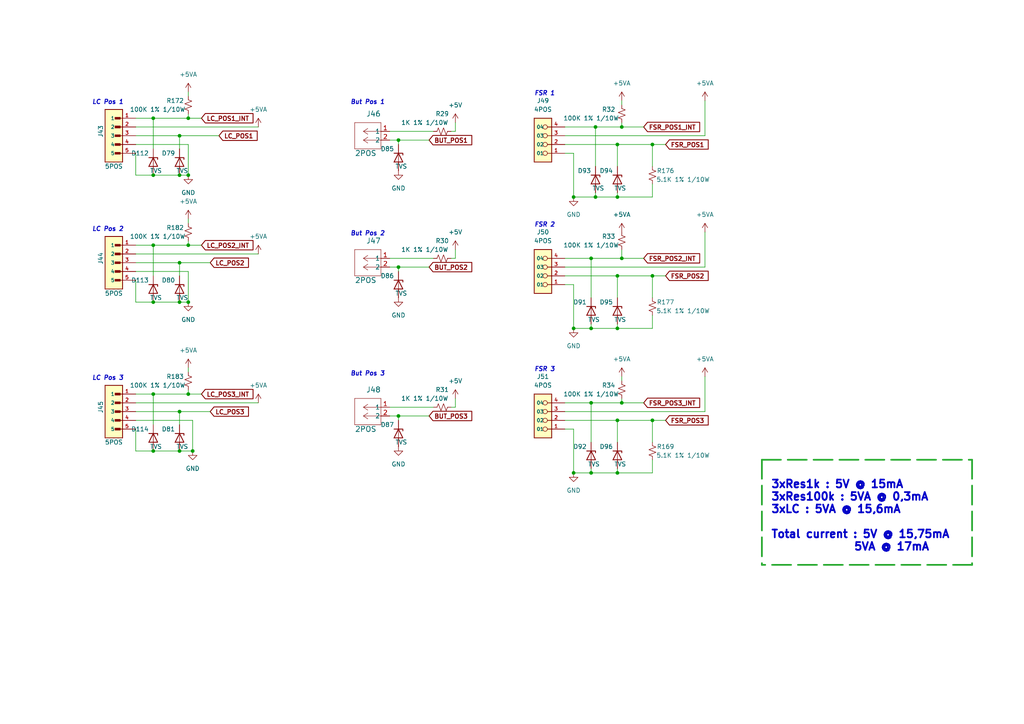
<source format=kicad_sch>
(kicad_sch (version 20211123) (generator eeschema)
  (paper "A4")
  (lib_symbols
    (symbol "1751112_1" (pin_names (offset 1.016))
      (property "Reference" "J" (at -6.85 7.62 0))
      (property "Value" "1751112_1" (at -6.35 -7.62 0))
      (symbol "1751112_1_0_0"
        (rectangle (start -6.35 7.62) (end -1.27 -5.08) (stroke (width 0.254)) (fill (type background)))
        (circle (center -4.445 -2.54) (radius 0.635) (stroke (width 0.1524)))
        (circle (center -4.445 0) (radius 0.635) (stroke (width 0.1524)))
        (circle (center -4.445 2.54) (radius 0.635) (stroke (width 0.1524)))
        (circle (center -4.445 5.08) (radius 0.635) (stroke (width 0.1524)))
        (pin passive line (at -10.16 5.08 0) (length 5.08) (name "01") (number "1"))
        (pin passive line (at -10.16 2.54 0) (length 5.08) (name "02") (number "2"))
        (pin passive line (at -10.16 0 0) (length 5.08) (name "03") (number "3"))
        (pin passive line (at -10.16 -2.54 0) (length 5.08) (name "04") (number "4"))
      )
    )
    (symbol "1751112_2" (pin_names (offset 1.016))
      (property "Reference" "J" (at -6.85 7.62 0))
      (property "Value" "1751112_2" (at -6.35 -7.62 0))
      (symbol "1751112_2_0_0"
        (rectangle (start -6.35 7.62) (end -1.27 -5.08) (stroke (width 0.254)) (fill (type background)))
        (circle (center -4.445 -2.54) (radius 0.635) (stroke (width 0.1524)))
        (circle (center -4.445 0) (radius 0.635) (stroke (width 0.1524)))
        (circle (center -4.445 2.54) (radius 0.635) (stroke (width 0.1524)))
        (circle (center -4.445 5.08) (radius 0.635) (stroke (width 0.1524)))
        (pin passive line (at -10.16 5.08 0) (length 5.08) (name "01") (number "1"))
        (pin passive line (at -10.16 2.54 0) (length 5.08) (name "02") (number "2"))
        (pin passive line (at -10.16 0 0) (length 5.08) (name "03") (number "3"))
        (pin passive line (at -10.16 -2.54 0) (length 5.08) (name "04") (number "4"))
      )
    )
    (symbol "Device:D_Zener" (pin_numbers hide) (pin_names (offset 1.016) hide)
      (property "Reference" "D" (at 0 2.54 0))
      (property "Value" "D_Zener" (at 0 -2.54 0))
      (symbol "D_Zener_0_1"
        (polyline (pts (xy 1.27 0) (xy -1.27 0)))
        (polyline (pts (xy -1.27 -1.27) (xy -1.27 1.27) (xy -0.762 1.27)) (stroke (width 0.254)))
        (polyline (pts (xy 1.27 -1.27) (xy 1.27 1.27) (xy -1.27 0) (xy 1.27 -1.27)) (stroke (width 0.254)))
      )
      (symbol "D_Zener_1_1"
        (pin passive line (at -3.81 0 0) (length 2.54) (name "K") (number "1"))
        (pin passive line (at 3.81 0 180) (length 2.54) (name "A") (number "2"))
      )
    )
    (symbol "Device:R_Small_US" (pin_numbers hide) (pin_names (offset 0.254) hide)
      (property "Reference" "R" (at 0.762 0.508 0))
      (property "Value" "R_Small_US" (at 0.762 -1.016 0))
      (symbol "R_Small_US_1_1"
        (polyline (pts (xy 0 0) (xy 1.016 -0.381) (xy 0 -0.762) (xy -1.016 -1.143) (xy 0 -1.524)))
        (polyline (pts (xy 0 1.524) (xy 1.016 1.143) (xy 0 0.762) (xy -1.016 0.381) (xy 0 0)))
        (pin passive line (at 0 2.54 270) (length 1.016) (name "~") (number "1"))
        (pin passive line (at 0 -2.54 90) (length 1.016) (name "~") (number "2"))
      )
    )
    (symbol "SymLib:1729128" (pin_names (offset 0.254))
      (property "Reference" "J" (at 6.35 3.81 0))
      (property "Value" "1729128" (at 8.89 -6.35 0))
      (symbol "1729128_1_1"
        (polyline (pts (xy 5.08 -5.08) (xy 12.7 -5.08)) (stroke (width 0.127)))
        (polyline (pts (xy 5.08 2.54) (xy 5.08 -5.08)) (stroke (width 0.127)))
        (polyline (pts (xy 10.16 -2.54) (xy 5.08 -2.54)) (stroke (width 0.127)))
        (polyline (pts (xy 10.16 -2.54) (xy 8.89 -3.3867)) (stroke (width 0.127)))
        (polyline (pts (xy 10.16 -2.54) (xy 8.89 -1.6933)) (stroke (width 0.127)))
        (polyline (pts (xy 10.16 0) (xy 5.08 0)) (stroke (width 0.127)))
        (polyline (pts (xy 10.16 0) (xy 8.89 -0.8467)) (stroke (width 0.127)))
        (polyline (pts (xy 10.16 0) (xy 8.89 0.8467)) (stroke (width 0.127)))
        (polyline (pts (xy 12.7 -5.08) (xy 12.7 2.54)) (stroke (width 0.127)))
        (polyline (pts (xy 12.7 2.54) (xy 5.08 2.54)) (stroke (width 0.127)))
        (pin unspecified line (at 2.54 0 0) (length 2.54) (name "1") (number "1"))
        (pin unspecified line (at 2.54 -2.54 0) (length 2.54) (name "2") (number "2"))
      )
      (symbol "1729128_1_2"
        (polyline (pts (xy 5.08 -5.08) (xy 12.7 -5.08)) (stroke (width 0.127)))
        (polyline (pts (xy 5.08 2.54) (xy 5.08 -5.08)) (stroke (width 0.127)))
        (polyline (pts (xy 7.62 -2.54) (xy 5.08 -2.54)) (stroke (width 0.127)))
        (polyline (pts (xy 7.62 -2.54) (xy 8.89 -3.3867)) (stroke (width 0.127)))
        (polyline (pts (xy 7.62 -2.54) (xy 8.89 -1.6933)) (stroke (width 0.127)))
        (polyline (pts (xy 7.62 0) (xy 5.08 0)) (stroke (width 0.127)))
        (polyline (pts (xy 7.62 0) (xy 8.89 -0.8467)) (stroke (width 0.127)))
        (polyline (pts (xy 7.62 0) (xy 8.89 0.8467)) (stroke (width 0.127)))
        (polyline (pts (xy 12.7 -5.08) (xy 12.7 2.54)) (stroke (width 0.127)))
        (polyline (pts (xy 12.7 2.54) (xy 5.08 2.54)) (stroke (width 0.127)))
        (pin unspecified line (at 0 0 0) (length 5.08) (name "1") (number "1"))
        (pin unspecified line (at 0 -2.54 0) (length 5.08) (name "2") (number "2"))
      )
    )
    (symbol "SymLib:1751112" (pin_names (offset 1.016))
      (property "Reference" "J" (at -6.85 7.62 0))
      (property "Value" "1751112" (at -6.35 -7.62 0))
      (symbol "1751112_0_0"
        (rectangle (start -6.35 7.62) (end -1.27 -5.08) (stroke (width 0.254)) (fill (type background)))
        (circle (center -4.445 -2.54) (radius 0.635) (stroke (width 0.1524)))
        (circle (center -4.445 0) (radius 0.635) (stroke (width 0.1524)))
        (circle (center -4.445 2.54) (radius 0.635) (stroke (width 0.1524)))
        (circle (center -4.445 5.08) (radius 0.635) (stroke (width 0.1524)))
        (pin passive line (at -10.16 5.08 0) (length 5.08) (name "01") (number "1"))
        (pin passive line (at -10.16 2.54 0) (length 5.08) (name "02") (number "2"))
        (pin passive line (at -10.16 0 0) (length 5.08) (name "03") (number "3"))
        (pin passive line (at -10.16 -2.54 0) (length 5.08) (name "04") (number "4"))
      )
    )
    (symbol "SymLib:1755765" (pin_names (offset 1.016))
      (property "Reference" "J" (at -3.04 7.62 0))
      (property "Value" "1755765" (at -6.35 -10.16 0))
      (symbol "1755765_0_0"
        (rectangle (start -2.54 7.62) (end 2.54 -7.62) (stroke (width 0.254)) (fill (type background)))
        (rectangle (start -1.905 -5.3975) (end -0.3175 -4.7625) (stroke (width 0.1)) (fill (type outline)))
        (rectangle (start -1.905 -2.8575) (end -0.3175 -2.2225) (stroke (width 0.1)) (fill (type outline)))
        (rectangle (start -1.905 -0.3175) (end -0.3175 0.3175) (stroke (width 0.1)) (fill (type outline)))
        (rectangle (start -1.905 2.2225) (end -0.3175 2.8575) (stroke (width 0.1)) (fill (type outline)))
        (rectangle (start -1.905 4.7625) (end -0.3175 5.3975) (stroke (width 0.1)) (fill (type outline)))
        (pin passive line (at -6.35 5.08 0) (length 5.08) (name "1") (number "1"))
        (pin passive line (at -6.35 2.54 0) (length 5.08) (name "2") (number "2"))
        (pin passive line (at -6.35 0 0) (length 5.08) (name "3") (number "3"))
        (pin passive line (at -6.35 -2.54 0) (length 5.08) (name "4") (number "4"))
        (pin passive line (at -6.35 -5.08 0) (length 5.08) (name "5") (number "5"))
      )
    )
    (symbol "power:+5V" (power) (pin_names (offset 0))
      (property "Value" "+5V" (at 0 3.556 0))
      (symbol "+5V_0_1"
        (polyline (pts (xy -0.762 1.27) (xy 0 2.54)))
        (polyline (pts (xy 0 0) (xy 0 2.54)))
        (polyline (pts (xy 0 2.54) (xy 0.762 1.27)))
      )
      (symbol "+5V_1_1"
        (pin power_in line (at 0 0 90) (length 0) hide (name "+5V") (number "1"))
      )
    )
    (symbol "power:+5VA" (power) (pin_names (offset 0))
      (property "Value" "+5VA" (at 0 3.556 0))
      (symbol "+5VA_0_1"
        (polyline (pts (xy -0.762 1.27) (xy 0 2.54)))
        (polyline (pts (xy 0 0) (xy 0 2.54)))
        (polyline (pts (xy 0 2.54) (xy 0.762 1.27)))
      )
      (symbol "+5VA_1_1"
        (pin power_in line (at 0 0 90) (length 0) hide (name "+5VA") (number "1"))
      )
    )
    (symbol "power:GND" (power) (pin_names (offset 0))
      (property "Value" "GND" (at 0 -3.81 0))
      (symbol "GND_0_1"
        (polyline (pts (xy 0 0) (xy 0 -1.27) (xy 1.27 -1.27) (xy 0 -2.54) (xy -1.27 -1.27) (xy 0 -1.27)))
      )
      (symbol "GND_1_1"
        (pin power_in line (at 0 0 270) (length 0) hide (name "GND") (number "1"))
      )
    )
  )
  (junction (at 52.07 76.2))
  (junction (at 52.07 119.38))
  (junction (at 179.07 95.25))
  (junction (at 189.23 80.01))
  (junction (at 52.07 87.63))
  (junction (at 179.07 57.15))
  (junction (at 179.07 137.16))
  (junction (at 54.61 71.12))
  (junction (at 44.45 71.12))
  (junction (at 171.45 74.93))
  (junction (at 55.88 130.81))
  (junction (at 171.45 95.25))
  (junction (at 54.61 114.3))
  (junction (at 172.72 57.15))
  (junction (at 54.61 50.8))
  (junction (at 171.45 116.84))
  (junction (at 54.61 34.29))
  (junction (at 180.34 36.83))
  (junction (at 52.07 39.37))
  (junction (at 171.45 137.16))
  (junction (at 44.45 87.63))
  (junction (at 166.37 95.25))
  (junction (at 166.37 57.15))
  (junction (at 172.72 36.83))
  (junction (at 179.07 80.01))
  (junction (at 52.07 130.81))
  (junction (at 115.57 40.64))
  (junction (at 180.34 74.93))
  (junction (at 166.37 137.16))
  (junction (at 189.23 41.91))
  (junction (at 189.23 121.92))
  (junction (at 115.57 120.65))
  (junction (at 52.07 50.8))
  (junction (at 44.45 130.81))
  (junction (at 44.45 114.3))
  (junction (at 44.45 50.8))
  (junction (at 54.61 87.63))
  (junction (at 179.07 121.92))
  (junction (at 115.57 77.47))
  (junction (at 179.07 41.91))
  (junction (at 180.34 116.84))
  (junction (at 44.45 34.29))
  (wire (pts (xy 115.57 121.92) (xy 115.57 120.65)))
  (wire (pts (xy 179.07 137.16) (xy 189.23 137.16)))
  (wire (pts (xy 189.23 41.91) (xy 193.04 41.91)))
  (wire (pts (xy 172.72 57.15) (xy 172.72 55.88)))
  (wire (pts (xy 163.83 119.38) (xy 204.47 119.38)))
  (wire (pts (xy 54.61 33.02) (xy 54.61 34.29)))
  (polyline (pts (xy 220.98 133.35) (xy 281.94 133.35)) (stroke (width 0.5) (type dash) (color 37 168 45 1)))
  (wire (pts (xy 179.07 80.01) (xy 189.23 80.01)))
  (wire (pts (xy 189.23 91.44) (xy 189.23 95.25)))
  (wire (pts (xy 54.61 50.8) (xy 52.07 50.8)))
  (wire (pts (xy 113.03 118.11) (xy 125.73 118.11)))
  (wire (pts (xy 44.45 87.63) (xy 52.07 87.63)))
  (wire (pts (xy 39.37 81.28) (xy 39.37 87.63)))
  (wire (pts (xy 166.37 44.45) (xy 166.37 57.15)))
  (wire (pts (xy 39.37 87.63) (xy 44.45 87.63)))
  (wire (pts (xy 189.23 53.34) (xy 189.23 57.15)))
  (wire (pts (xy 163.83 82.55) (xy 166.37 82.55)))
  (wire (pts (xy 39.37 121.92) (xy 55.88 121.92)))
  (wire (pts (xy 54.61 71.12) (xy 58.42 71.12)))
  (wire (pts (xy 172.72 36.83) (xy 163.83 36.83)))
  (wire (pts (xy 179.07 121.92) (xy 163.83 121.92)))
  (polyline (pts (xy 281.94 133.35) (xy 281.94 163.83)) (stroke (width 0.5) (type dash) (color 37 168 45 1)))
  (wire (pts (xy 52.07 119.38) (xy 60.96 119.38)))
  (wire (pts (xy 163.83 77.47) (xy 204.47 77.47)))
  (wire (pts (xy 44.45 114.3) (xy 44.45 123.19)))
  (wire (pts (xy 171.45 74.93) (xy 180.34 74.93)))
  (wire (pts (xy 39.37 119.38) (xy 52.07 119.38)))
  (wire (pts (xy 54.61 63.5) (xy 54.61 64.77)))
  (wire (pts (xy 189.23 121.92) (xy 193.04 121.92)))
  (wire (pts (xy 132.08 115.57) (xy 132.08 118.11)))
  (wire (pts (xy 180.34 36.83) (xy 186.69 36.83)))
  (wire (pts (xy 54.61 106.68) (xy 54.61 107.95)))
  (wire (pts (xy 54.61 78.74) (xy 54.61 87.63)))
  (wire (pts (xy 180.34 30.48) (xy 180.34 29.21)))
  (wire (pts (xy 39.37 34.29) (xy 44.45 34.29)))
  (wire (pts (xy 124.46 120.65) (xy 115.57 120.65)))
  (wire (pts (xy 39.37 114.3) (xy 44.45 114.3)))
  (wire (pts (xy 44.45 71.12) (xy 44.45 80.01)))
  (wire (pts (xy 39.37 41.91) (xy 54.61 41.91)))
  (wire (pts (xy 179.07 57.15) (xy 179.07 55.88)))
  (wire (pts (xy 166.37 82.55) (xy 166.37 95.25)))
  (wire (pts (xy 179.07 95.25) (xy 179.07 93.98)))
  (wire (pts (xy 44.45 130.81) (xy 52.07 130.81)))
  (wire (pts (xy 180.34 116.84) (xy 186.69 116.84)))
  (wire (pts (xy 204.47 109.22) (xy 204.47 119.38)))
  (wire (pts (xy 179.07 41.91) (xy 163.83 41.91)))
  (wire (pts (xy 52.07 76.2) (xy 60.96 76.2)))
  (wire (pts (xy 44.45 34.29) (xy 54.61 34.29)))
  (wire (pts (xy 172.72 36.83) (xy 172.72 48.26)))
  (wire (pts (xy 44.45 50.8) (xy 52.07 50.8)))
  (wire (pts (xy 52.07 76.2) (xy 52.07 80.01)))
  (wire (pts (xy 179.07 41.91) (xy 189.23 41.91)))
  (wire (pts (xy 180.34 74.93) (xy 186.69 74.93)))
  (wire (pts (xy 55.88 130.81) (xy 52.07 130.81)))
  (wire (pts (xy 115.57 41.91) (xy 115.57 40.64)))
  (wire (pts (xy 54.61 26.67) (xy 54.61 27.94)))
  (wire (pts (xy 39.37 116.84) (xy 74.93 116.84)))
  (wire (pts (xy 179.07 95.25) (xy 189.23 95.25)))
  (wire (pts (xy 44.45 71.12) (xy 54.61 71.12)))
  (wire (pts (xy 124.46 77.47) (xy 115.57 77.47)))
  (wire (pts (xy 39.37 78.74) (xy 54.61 78.74)))
  (wire (pts (xy 163.83 39.37) (xy 204.47 39.37)))
  (wire (pts (xy 179.07 121.92) (xy 189.23 121.92)))
  (wire (pts (xy 180.34 35.56) (xy 180.34 36.83)))
  (wire (pts (xy 189.23 133.35) (xy 189.23 137.16)))
  (wire (pts (xy 39.37 50.8) (xy 44.45 50.8)))
  (wire (pts (xy 132.08 72.39) (xy 132.08 74.93)))
  (wire (pts (xy 166.37 95.25) (xy 171.45 95.25)))
  (wire (pts (xy 39.37 36.83) (xy 74.93 36.83)))
  (wire (pts (xy 44.45 114.3) (xy 54.61 114.3)))
  (wire (pts (xy 132.08 35.56) (xy 132.08 38.1)))
  (wire (pts (xy 189.23 128.27) (xy 189.23 121.92)))
  (wire (pts (xy 179.07 57.15) (xy 189.23 57.15)))
  (wire (pts (xy 171.45 137.16) (xy 171.45 135.89)))
  (wire (pts (xy 179.07 41.91) (xy 179.07 48.26)))
  (wire (pts (xy 204.47 67.31) (xy 204.47 77.47)))
  (wire (pts (xy 132.08 38.1) (xy 130.81 38.1)))
  (wire (pts (xy 54.61 87.63) (xy 52.07 87.63)))
  (wire (pts (xy 54.61 114.3) (xy 58.42 114.3)))
  (wire (pts (xy 44.45 34.29) (xy 44.45 43.18)))
  (wire (pts (xy 171.45 116.84) (xy 163.83 116.84)))
  (wire (pts (xy 171.45 95.25) (xy 171.45 93.98)))
  (wire (pts (xy 132.08 74.93) (xy 130.81 74.93)))
  (wire (pts (xy 115.57 77.47) (xy 113.03 77.47)))
  (wire (pts (xy 54.61 34.29) (xy 58.42 34.29)))
  (wire (pts (xy 52.07 39.37) (xy 63.5 39.37)))
  (wire (pts (xy 172.72 57.15) (xy 179.07 57.15)))
  (wire (pts (xy 132.08 118.11) (xy 130.81 118.11)))
  (wire (pts (xy 204.47 29.21) (xy 204.47 39.37)))
  (wire (pts (xy 179.07 137.16) (xy 179.07 135.89)))
  (wire (pts (xy 171.45 137.16) (xy 179.07 137.16)))
  (polyline (pts (xy 281.94 163.83) (xy 220.98 163.83)) (stroke (width 0.5) (type dash) (color 37 168 45 1)))
  (wire (pts (xy 115.57 78.74) (xy 115.57 77.47)))
  (wire (pts (xy 113.03 38.1) (xy 125.73 38.1)))
  (wire (pts (xy 39.37 130.81) (xy 44.45 130.81)))
  (wire (pts (xy 163.83 44.45) (xy 166.37 44.45)))
  (wire (pts (xy 54.61 69.85) (xy 54.61 71.12)))
  (wire (pts (xy 39.37 76.2) (xy 52.07 76.2)))
  (wire (pts (xy 166.37 124.46) (xy 166.37 137.16)))
  (wire (pts (xy 180.34 115.57) (xy 180.34 116.84)))
  (wire (pts (xy 115.57 120.65) (xy 113.03 120.65)))
  (wire (pts (xy 171.45 116.84) (xy 180.34 116.84)))
  (wire (pts (xy 171.45 74.93) (xy 163.83 74.93)))
  (wire (pts (xy 171.45 95.25) (xy 179.07 95.25)))
  (wire (pts (xy 54.61 113.03) (xy 54.61 114.3)))
  (wire (pts (xy 55.88 121.92) (xy 55.88 130.81)))
  (wire (pts (xy 54.61 41.91) (xy 54.61 50.8)))
  (wire (pts (xy 171.45 74.93) (xy 171.45 86.36)))
  (wire (pts (xy 179.07 80.01) (xy 163.83 80.01)))
  (wire (pts (xy 180.34 72.39) (xy 180.34 74.93)))
  (wire (pts (xy 179.07 80.01) (xy 179.07 86.36)))
  (wire (pts (xy 124.46 40.64) (xy 115.57 40.64)))
  (wire (pts (xy 172.72 36.83) (xy 180.34 36.83)))
  (wire (pts (xy 52.07 39.37) (xy 52.07 43.18)))
  (wire (pts (xy 189.23 80.01) (xy 193.04 80.01)))
  (wire (pts (xy 39.37 124.46) (xy 39.37 130.81)))
  (wire (pts (xy 163.83 124.46) (xy 166.37 124.46)))
  (wire (pts (xy 189.23 48.26) (xy 189.23 41.91)))
  (wire (pts (xy 179.07 121.92) (xy 179.07 128.27)))
  (wire (pts (xy 39.37 39.37) (xy 52.07 39.37)))
  (wire (pts (xy 189.23 86.36) (xy 189.23 80.01)))
  (wire (pts (xy 166.37 137.16) (xy 171.45 137.16)))
  (wire (pts (xy 52.07 119.38) (xy 52.07 123.19)))
  (wire (pts (xy 39.37 71.12) (xy 44.45 71.12)))
  (polyline (pts (xy 220.98 133.35) (xy 220.98 163.83)) (stroke (width 0.5) (type dash) (color 37 168 45 1)))
  (wire (pts (xy 171.45 116.84) (xy 171.45 128.27)))
  (wire (pts (xy 39.37 73.66) (xy 74.93 73.66)))
  (wire (pts (xy 39.37 44.45) (xy 39.37 50.8)))
  (wire (pts (xy 113.03 74.93) (xy 125.73 74.93)))
  (wire (pts (xy 180.34 110.49) (xy 180.34 109.22)))
  (wire (pts (xy 115.57 40.64) (xy 113.03 40.64)))
  (wire (pts (xy 166.37 57.15) (xy 172.72 57.15)))
  (text "But Pos 2" (at 101.6 68.58 0) (effects (font (size 1.27 1.27) (thickness 0.254) bold italic) (justify left bottom)))
  (text "LC Pos 3" (at 26.67 110.49 0) (effects (font (size 1.27 1.27) (thickness 0.254) bold italic) (justify left bottom)))
  (text "But Pos 3" (at 101.6 109.22 0) (effects (font (size 1.27 1.27) (thickness 0.254) bold italic) (justify left bottom)))
  (text "FSR 1" (at 154.94 27.94 0) (effects (font (size 1.27 1.27) (thickness 0.254) bold italic) (justify left bottom)))
  (text "3xRes1k : 5V @ 15mA\n3xRes100k : 5VA @ 0,3mA\n3xLC : 5VA @ 15,6mA\n\nTotal current : 5V @ 15,75mA\n              5VA @ 17mA" (at 223.52 160.02 0) (effects (font (size 2.25 2.25) (thickness 0.5) bold) (justify left bottom)))
  (text "FSR 3" (at 154.94 107.95 0) (effects (font (size 1.27 1.27) (thickness 0.254) bold italic) (justify left bottom)))
  (text "FSR 2" (at 154.94 66.04 0) (effects (font (size 1.27 1.27) (thickness 0.254) bold italic) (justify left bottom)))
  (text "LC Pos 2" (at 26.67 67.31 0) (effects (font (size 1.27 1.27) (thickness 0.254) bold italic) (justify left bottom)))
  (text "But Pos 1" (at 101.6 30.48 0) (effects (font (size 1.27 1.27) (thickness 0.254) bold italic) (justify left bottom)))
  (text "LC Pos 1" (at 26.67 30.48 0) (effects (font (size 1.27 1.27) (thickness 0.254) bold italic) (justify left bottom)))
  (global_label "LC_POS1_INT" (shape input) (at 58.42 34.29 0) (effects (font bold)) (property "Intersheet References" "${INTERSHEET_REFS}" (effects hide)))
  (global_label "BUT_POS2" (shape input) (at 124.46 77.47 0) (effects (font (thickness 0.254) bold)) (property "Intersheet References" "${INTERSHEET_REFS}" (effects hide)))
  (global_label "FSR_POS1_INT" (shape input) (at 186.69 36.83 0) (effects (font (thickness 0.254) bold)) (property "Intersheet References" "${INTERSHEET_REFS}" (effects hide)))
  (global_label "BUT_POS1" (shape input) (at 124.46 40.64 0) (effects (font (thickness 0.254) bold)) (property "Intersheet References" "${INTERSHEET_REFS}" (effects hide)))
  (global_label "FSR_POS1" (shape input) (at 193.04 41.91 0) (effects (font (thickness 0.254) bold)) (property "Intersheet References" "${INTERSHEET_REFS}" (effects hide)))
  (global_label "BUT_POS3" (shape input) (at 124.46 120.65 0) (effects (font (thickness 0.254) bold)) (property "Intersheet References" "${INTERSHEET_REFS}" (effects hide)))
  (global_label "FSR_POS2_INT" (shape input) (at 186.69 74.93 0) (effects (font (thickness 0.254) bold)) (property "Intersheet References" "${INTERSHEET_REFS}" (effects hide)))
  (global_label "LC_POS2_INT" (shape input) (at 58.42 71.12 0) (effects (font bold)) (property "Intersheet References" "${INTERSHEET_REFS}" (effects hide)))
  (global_label "FSR_POS3_INT" (shape input) (at 186.69 116.84 0) (effects (font (thickness 0.254) bold)) (property "Intersheet References" "${INTERSHEET_REFS}" (effects hide)))
  (global_label "FSR_POS3" (shape input) (at 193.04 121.92 0) (effects (font (thickness 0.254) bold)) (property "Intersheet References" "${INTERSHEET_REFS}" (effects hide)))
  (global_label "LC_POS1" (shape input) (at 63.5 39.37 0) (effects (font (thickness 0.254) bold)) (property "Intersheet References" "${INTERSHEET_REFS}" (effects hide)))
  (global_label "LC_POS3_INT" (shape input) (at 58.42 114.3 0) (effects (font bold)) (property "Intersheet References" "${INTERSHEET_REFS}" (effects hide)))
  (global_label "FSR_POS2" (shape input) (at 193.04 80.01 0) (effects (font (thickness 0.254) bold)) (property "Intersheet References" "${INTERSHEET_REFS}" (effects hide)))
  (global_label "LC_POS3" (shape input) (at 60.96 119.38 0) (effects (font (thickness 0.254) bold)) (property "Intersheet References" "${INTERSHEET_REFS}" (effects hide)))
  (global_label "LC_POS2" (shape input) (at 60.96 76.2 0) (effects (font (thickness 0.254) bold)) (property "Intersheet References" "${INTERSHEET_REFS}" (effects hide)))
  (symbol (lib_id "power:GND") (at 115.57 129.54 0) (unit 1)
    (property "Reference" "#PWR0118" (effects hide))
    (property "Value" "GND" (at 115.57 134.62 0))
  )
  (symbol (lib_id "power:GND") (at 115.57 49.53 0) (unit 1)
    (property "Reference" "#PWR0116" (effects hide))
    (property "Value" "GND" (at 115.57 54.61 0))
  )
  (symbol (lib_name "1751112_1") (lib_id "SymLib:1751112") (at 153.67 119.38 180) (unit 1)
    (property "Reference" "J51" (at 157.48 109.22 0))
    (property "Value" "4POS" (at 157.48 111.76 0))
    (property "Footprint" "FootPrint:CON_39301049" (effects hide))
    (property "PARTREV" "03.03.2021" (effects hide))
    (property "STANDARD" "Manufacturer Recommendations" (effects hide))
    (property "MANUFACTURER" "Molex" (effects hide))
    (property "DESCRIPTION" "Connector Header Through Hole 4 position 0.165\" (4.20mm)" (effects hide))
    (property "TYPE" "Through Hole" (effects hide))
    (property "PACKAGE" "4 POS 0.165\" (4,2mm)" (effects hide))
    (property "PART NUMBER" "0039301049" (effects hide))
  )
  (symbol (lib_id "Device:D_Zener") (at 179.07 132.08 270) (unit 1)
    (property "Reference" "D96" (at 177.8 129.54 90) (effects (justify right)))
    (property "Value" "TVS" (at 181.61 134.62 90) (effects (justify right)))
    (property "Footprint" "FootPrint:DPY2_TEX" (effects hide))
    (property "DESCRIPTION" "TVS DIODE 5.5VWM 14VC 2X1SON" (effects hide))
    (property "MANUFACTURER" "Texas Instruments" (effects hide))
    (property "PACKAGE" "0402 (1006 Metric)" (effects hide))
    (property "PART NUMBER" "TPD1E05U06DPYR" (effects hide))
    (property "TYPE" "SMD" (effects hide))
  )
  (symbol (lib_id "SymLib:1751112") (at 153.67 77.47 180) (unit 1)
    (property "Reference" "J50" (at 157.48 67.31 0))
    (property "Value" "4POS" (at 157.48 69.85 0))
    (property "Footprint" "FootPrint:CON_39301049" (effects hide))
    (property "PARTREV" "03.03.2021" (effects hide))
    (property "STANDARD" "Manufacturer Recommendations" (effects hide))
    (property "MANUFACTURER" "Molex" (effects hide))
    (property "DESCRIPTION" "Connector Header Through Hole 4 position 0.165\" (4.20mm)" (effects hide))
    (property "TYPE" "Through Hole" (effects hide))
    (property "PACKAGE" "4 POS 0.165\" (4,2mm)" (effects hide))
    (property "PART NUMBER" "0039301049" (effects hide))
  )
  (symbol (lib_id "power:+5V") (at 132.08 115.57 0) (unit 1)
    (property "Reference" "#PWR0121" (effects hide))
    (property "Value" "+5V" (at 132.08 110.49 0))
  )
  (symbol (lib_id "SymLib:1729128") (at 115.57 118.11 0) (mirror y) (unit 1)
    (property "Reference" "J48" (at 110.49 113.03 0) (effects (font (size 1.524 1.524)) (justify left)))
    (property "Value" "2POS" (at 109.22 124.46 0) (effects (font (size 1.524 1.524)) (justify left)))
    (property "Footprint" "FootPrintLib:CON_39281023" (effects hide))
    (property "DESCRIPTION" "Connector Header Through Hole 2 position" (effects hide))
    (property "MANUFACTURER" "Molex" (effects hide))
    (property "PACKAGE" "2 POS 0.165\" (4,2mm)" (effects hide))
    (property "PART NUMBER" "0039281023" (effects hide))
    (property "TYPE" "Through Hole" (effects hide))
  )
  (symbol (lib_id "power:+5V") (at 132.08 72.39 0) (unit 1)
    (property "Reference" "#PWR0120" (effects hide))
    (property "Value" "+5V" (at 132.08 67.31 0))
  )
  (symbol (lib_id "power:GND") (at 54.61 87.63 0) (unit 1)
    (property "Reference" "#PWR0108" (effects hide))
    (property "Value" "GND" (at 54.61 92.71 0))
  )
  (symbol (lib_id "Device:R_Small_US") (at 128.27 118.11 90) (unit 1)
    (property "Reference" "R31" (at 128.27 113.03 90))
    (property "Value" "1K 1% 1/10W" (at 123.19 115.57 90))
    (property "Footprint" "Resistor_SMD:R_0603_1608Metric" (effects hide))
    (property "MANUFACTURER" "Panasonic Electronic Components" (effects hide))
    (property "PACKAGE" "0603 (1608 Metric)" (effects hide))
    (property "PART NUMBER" "ERJ-3EKF1001V" (effects hide))
    (property "TYPE" "SMD" (effects hide))
    (property "DESCRIPTION" "1 kOhms ±1% 0.1W, 1/10W Chip Resistor 0603 (1608 Metric) Automotive AEC-Q200 Thick Film" (effects hide))
  )
  (symbol (lib_id "power:+5VA") (at 180.34 67.31 0) (unit 1)
    (property "Reference" "#PWR0126" (effects hide))
    (property "Value" "+5VA" (at 180.34 62.23 0))
  )
  (symbol (lib_id "SymLib:1755765") (at 33.02 119.38 0) (mirror y) (unit 1)
    (property "Reference" "J45" (at 29.21 118.11 90))
    (property "Value" "5POS" (at 33.02 128.27 0))
    (property "Footprint" "FootPrint:CON_39302050" (effects hide))
    (property "MANUFACTURER" "Molex" (effects hide))
    (property "STANDARD" "Manufacturer Recommendations" (effects hide))
    (property "DESCRIPTION" "Connector Header Through Hole 5 position 0.165\" (4.20mm)" (effects hide))
    (property "PACKAGE" "5 POS 0.165\" (4,2mm)" (effects hide))
    (property "PART NUMBER" "39302050" (effects hide))
    (property "TYPE" "Through Hole" (effects hide))
  )
  (symbol (lib_id "power:+5VA") (at 180.34 29.21 0) (unit 1)
    (property "Reference" "#PWR0125" (effects hide))
    (property "Value" "+5VA" (at 180.34 24.13 0))
  )
  (symbol (lib_id "Device:R_Small_US") (at 180.34 69.85 0) (unit 1)
    (property "Reference" "R33" (at 176.53 68.58 0))
    (property "Value" "100K 1% 1/10W" (at 171.45 71.12 0))
    (property "Footprint" "Resistor_SMD:R_0603_1608Metric" (effects hide))
    (property "MANUFACTURER" "Panasonic Electronic Components" (effects hide))
    (property "PACKAGE" "0603 (1608 Metric)" (effects hide))
    (property "PART NUMBER" "ERJ-3EKF1003V" (effects hide))
    (property "TYPE" "SMD" (effects hide))
    (property "DESCRIPTION" "100 kOhms ±1% 0.1W, 1/10W Chip Resistor 0603 (1608 Metric) Automotive AEC-Q200 Thick Film" (effects hide))
  )
  (symbol (lib_id "Device:D_Zener") (at 171.45 132.08 270) (unit 1)
    (property "Reference" "D92" (at 170.18 129.54 90) (effects (justify right)))
    (property "Value" "TVS" (at 173.99 134.62 90) (effects (justify right)))
    (property "Footprint" "FootPrint:DPY2_TEX" (effects hide))
    (property "DESCRIPTION" "TVS DIODE 5.5VWM 14VC 2X1SON" (effects hide))
    (property "MANUFACTURER" "Texas Instruments" (effects hide))
    (property "PACKAGE" "0402 (1006 Metric)" (effects hide))
    (property "PART NUMBER" "TPD1E05U06DPYR" (effects hide))
    (property "TYPE" "SMD" (effects hide))
  )
  (symbol (lib_id "Device:D_Zener") (at 44.45 83.82 270) (unit 1)
    (property "Reference" "D113" (at 43.18 81.28 90) (effects (justify right)))
    (property "Value" "TVS" (at 46.99 86.36 90) (effects (justify right)))
    (property "Footprint" "FootPrint:DPY2_TEX" (effects hide))
    (property "DESCRIPTION" "TVS DIODE 5.5VWM 14VC 2X1SON" (effects hide))
    (property "MANUFACTURER" "Texas Instruments" (effects hide))
    (property "PACKAGE" "0402 (1006 Metric)" (effects hide))
    (property "PART NUMBER" "TPD1E05U06DPYR" (effects hide))
    (property "TYPE" "SMD" (effects hide))
  )
  (symbol (lib_id "power:+5VA") (at 74.93 73.66 0) (unit 1)
    (property "Reference" "#PWR0114" (effects hide))
    (property "Value" "+5VA" (at 74.93 68.58 0))
  )
  (symbol (lib_id "Device:R_Small_US") (at 54.61 67.31 0) (unit 1)
    (property "Reference" "R182" (at 50.8 66.04 0))
    (property "Value" "100K 1% 1/10W" (at 45.72 68.58 0))
    (property "Footprint" "Resistor_SMD:R_0603_1608Metric" (effects hide))
    (property "MANUFACTURER" "Panasonic Electronic Components" (effects hide))
    (property "PACKAGE" "0603 (1608 Metric)" (effects hide))
    (property "PART NUMBER" "ERJ-3EKF1003V" (effects hide))
    (property "TYPE" "SMD" (effects hide))
    (property "DESCRIPTION" "100 kOhms ±1% 0.1W, 1/10W Chip Resistor 0603 (1608 Metric) Automotive AEC-Q200 Thick Film" (effects hide))
  )
  (symbol (lib_id "Device:D_Zener") (at 179.07 52.07 270) (unit 1)
    (property "Reference" "D94" (at 177.8 49.53 90) (effects (justify right)))
    (property "Value" "TVS" (at 181.61 54.61 90) (effects (justify right)))
    (property "Footprint" "FootPrint:DPY2_TEX" (effects hide))
    (property "DESCRIPTION" "TVS DIODE 5.5VWM 14VC 2X1SON" (effects hide))
    (property "MANUFACTURER" "Texas Instruments" (effects hide))
    (property "PACKAGE" "0402 (1006 Metric)" (effects hide))
    (property "PART NUMBER" "TPD1E05U06DPYR" (effects hide))
    (property "TYPE" "SMD" (effects hide))
  )
  (symbol (lib_id "Device:D_Zener") (at 52.07 127 270) (unit 1)
    (property "Reference" "D81" (at 50.8 124.46 90) (effects (justify right)))
    (property "Value" "TVS" (at 54.61 129.54 90) (effects (justify right)))
    (property "Footprint" "FootPrint:DPY2_TEX" (effects hide))
    (property "DESCRIPTION" "TVS DIODE 5.5VWM 14VC 2X1SON" (effects hide))
    (property "MANUFACTURER" "Texas Instruments" (effects hide))
    (property "PACKAGE" "0402 (1006 Metric)" (effects hide))
    (property "PART NUMBER" "TPD1E05U06DPYR" (effects hide))
    (property "TYPE" "SMD" (effects hide))
  )
  (symbol (lib_id "power:GND") (at 166.37 137.16 0) (unit 1)
    (property "Reference" "#PWR0124" (effects hide))
    (property "Value" "GND" (at 166.37 142.24 0))
  )
  (symbol (lib_id "power:+5VA") (at 54.61 26.67 0) (unit 1)
    (property "Reference" "#PWR0142" (effects hide))
    (property "Value" "+5VA" (at 54.61 21.59 0))
  )
  (symbol (lib_id "Device:D_Zener") (at 179.07 90.17 270) (unit 1)
    (property "Reference" "D95" (at 177.8 87.63 90) (effects (justify right)))
    (property "Value" "TVS" (at 181.61 92.71 90) (effects (justify right)))
    (property "Footprint" "FootPrint:DPY2_TEX" (effects hide))
    (property "DESCRIPTION" "TVS DIODE 5.5VWM 14VC 2X1SON" (effects hide))
    (property "MANUFACTURER" "Texas Instruments" (effects hide))
    (property "PACKAGE" "0402 (1006 Metric)" (effects hide))
    (property "PART NUMBER" "TPD1E05U06DPYR" (effects hide))
    (property "TYPE" "SMD" (effects hide))
  )
  (symbol (lib_id "power:GND") (at 54.61 50.8 0) (unit 1)
    (property "Reference" "#PWR0107" (effects hide))
    (property "Value" "GND" (at 54.61 55.88 0))
  )
  (symbol (lib_id "Device:R_Small_US") (at 128.27 38.1 90) (unit 1)
    (property "Reference" "R29" (at 128.27 33.02 90))
    (property "Value" "1K 1% 1/10W" (at 123.19 35.56 90))
    (property "Footprint" "Resistor_SMD:R_0603_1608Metric" (effects hide))
    (property "MANUFACTURER" "Panasonic Electronic Components" (effects hide))
    (property "PACKAGE" "0603 (1608 Metric)" (effects hide))
    (property "PART NUMBER" "ERJ-3EKF1001V" (effects hide))
    (property "TYPE" "SMD" (effects hide))
    (property "DESCRIPTION" "1 kOhms ±1% 0.1W, 1/10W Chip Resistor 0603 (1608 Metric) Automotive AEC-Q200 Thick Film" (effects hide))
  )
  (symbol (lib_id "power:+5VA") (at 74.93 116.84 0) (unit 1)
    (property "Reference" "#PWR0115" (effects hide))
    (property "Value" "+5VA" (at 74.93 111.76 0))
  )
  (symbol (lib_id "Device:D_Zener") (at 52.07 46.99 270) (unit 1)
    (property "Reference" "D79" (at 50.8 44.45 90) (effects (justify right)))
    (property "Value" "TVS" (at 54.61 49.53 90) (effects (justify right)))
    (property "Footprint" "FootPrint:DPY2_TEX" (effects hide))
    (property "DESCRIPTION" "TVS DIODE 5.5VWM 14VC 2X1SON" (effects hide))
    (property "MANUFACTURER" "Texas Instruments" (effects hide))
    (property "PACKAGE" "0402 (1006 Metric)" (effects hide))
    (property "PART NUMBER" "TPD1E05U06DPYR" (effects hide))
    (property "TYPE" "SMD" (effects hide))
  )
  (symbol (lib_id "SymLib:1729128") (at 115.57 74.93 0) (mirror y) (unit 1)
    (property "Reference" "J47" (at 110.49 69.85 0) (effects (font (size 1.524 1.524)) (justify left)))
    (property "Value" "2POS" (at 109.22 81.28 0) (effects (font (size 1.524 1.524)) (justify left)))
    (property "Footprint" "FootPrintLib:CON_39281023" (effects hide))
    (property "DESCRIPTION" "Connector Header Through Hole 2 position" (effects hide))
    (property "MANUFACTURER" "Molex" (effects hide))
    (property "PACKAGE" "2 POS 0.165\" (4,2mm)" (effects hide))
    (property "PART NUMBER" "0039281023" (effects hide))
    (property "TYPE" "Through Hole" (effects hide))
  )
  (symbol (lib_id "power:GND") (at 115.57 86.36 0) (unit 1)
    (property "Reference" "#PWR0117" (effects hide))
    (property "Value" "GND" (at 115.57 91.44 0))
  )
  (symbol (lib_id "power:GND") (at 166.37 95.25 0) (unit 1)
    (property "Reference" "#PWR0123" (effects hide))
    (property "Value" "GND" (at 166.37 100.33 0))
  )
  (symbol (lib_id "Device:R_Small_US") (at 189.23 88.9 180) (unit 1)
    (property "Reference" "R177" (at 193.04 87.63 0))
    (property "Value" "5.1K 1% 1/10W" (at 198.12 90.17 0))
    (property "Footprint" "Resistor_SMD:R_0603_1608Metric" (effects hide))
    (property "MANUFACTURER" "Panasonic Electronic Components" (effects hide))
    (property "PACKAGE" "0603 (1608 Metric)" (effects hide))
    (property "PART NUMBER" "ERJ-3EKF5101V" (effects hide))
    (property "TYPE" "SMD" (effects hide))
    (property "DESCRIPTION" "5.1 kOhms ±1% 0.1W, 1/10W Chip Resistor 0603 (1608 Metric) Automotive AEC-Q200 Thick Film" (effects hide))
  )
  (symbol (lib_name "1751112_2") (lib_id "SymLib:1751112") (at 153.67 39.37 180) (unit 1)
    (property "Reference" "J49" (at 157.48 29.21 0))
    (property "Value" "4POS" (at 157.48 31.75 0))
    (property "Footprint" "FootPrint:CON_39301049" (effects hide))
    (property "PARTREV" "03.03.2021" (effects hide))
    (property "STANDARD" "Manufacturer Recommendations" (effects hide))
    (property "MANUFACTURER" "Molex" (effects hide))
    (property "DESCRIPTION" "Connector Header Through Hole 4 position 0.165\" (4.20mm)" (effects hide))
    (property "TYPE" "Through Hole" (effects hide))
    (property "PACKAGE" "4 POS 0.165\" (4,2mm)" (effects hide))
    (property "PART NUMBER" "0039301049" (effects hide))
  )
  (symbol (lib_id "power:+5VA") (at 74.93 36.83 0) (unit 1)
    (property "Reference" "#PWR0112" (effects hide))
    (property "Value" "+5VA" (at 74.93 31.75 0))
  )
  (symbol (lib_id "power:+5V") (at 132.08 35.56 0) (unit 1)
    (property "Reference" "#PWR0119" (effects hide))
    (property "Value" "+5V" (at 132.08 30.48 0))
  )
  (symbol (lib_id "SymLib:1755765") (at 33.02 76.2 0) (mirror y) (unit 1)
    (property "Reference" "J44" (at 29.21 74.93 90))
    (property "Value" "5POS" (at 33.02 85.09 0))
    (property "Footprint" "FootPrint:CON_39302050" (effects hide))
    (property "MANUFACTURER" "Molex" (effects hide))
    (property "STANDARD" "Manufacturer Recommendations" (effects hide))
    (property "DESCRIPTION" "Connector Header Through Hole 5 position 0.165\" (4.20mm)" (effects hide))
    (property "PACKAGE" "5 POS 0.165\" (4,2mm)" (effects hide))
    (property "PART NUMBER" "39302050" (effects hide))
    (property "TYPE" "Through Hole" (effects hide))
  )
  (symbol (lib_id "Device:R_Small_US") (at 54.61 110.49 0) (unit 1)
    (property "Reference" "R183" (at 50.8 109.22 0))
    (property "Value" "100K 1% 1/10W" (at 45.72 111.76 0))
    (property "Footprint" "Resistor_SMD:R_0603_1608Metric" (effects hide))
    (property "MANUFACTURER" "Panasonic Electronic Components" (effects hide))
    (property "PACKAGE" "0603 (1608 Metric)" (effects hide))
    (property "PART NUMBER" "ERJ-3EKF1003V" (effects hide))
    (property "TYPE" "SMD" (effects hide))
    (property "DESCRIPTION" "100 kOhms ±1% 0.1W, 1/10W Chip Resistor 0603 (1608 Metric) Automotive AEC-Q200 Thick Film" (effects hide))
  )
  (symbol (lib_id "Device:D_Zener") (at 115.57 125.73 270) (unit 1)
    (property "Reference" "D87" (at 114.3 123.19 90) (effects (justify right)))
    (property "Value" "TVS" (at 118.11 128.27 90) (effects (justify right)))
    (property "Footprint" "FootPrint:DPY2_TEX" (effects hide))
    (property "DESCRIPTION" "TVS DIODE 5.5VWM 14VC 2X1SON" (effects hide))
    (property "MANUFACTURER" "Texas Instruments" (effects hide))
    (property "PACKAGE" "0402 (1006 Metric)" (effects hide))
    (property "PART NUMBER" "TPD1E05U06DPYR" (effects hide))
    (property "TYPE" "SMD" (effects hide))
  )
  (symbol (lib_id "Device:D_Zener") (at 171.45 90.17 270) (unit 1)
    (property "Reference" "D91" (at 170.18 87.63 90) (effects (justify right)))
    (property "Value" "TVS" (at 173.99 92.71 90) (effects (justify right)))
    (property "Footprint" "FootPrint:DPY2_TEX" (effects hide))
    (property "DESCRIPTION" "TVS DIODE 5.5VWM 14VC 2X1SON" (effects hide))
    (property "MANUFACTURER" "Texas Instruments" (effects hide))
    (property "PACKAGE" "0402 (1006 Metric)" (effects hide))
    (property "PART NUMBER" "TPD1E05U06DPYR" (effects hide))
    (property "TYPE" "SMD" (effects hide))
  )
  (symbol (lib_id "power:+5VA") (at 54.61 63.5 0) (unit 1)
    (property "Reference" "#PWR0143" (effects hide))
    (property "Value" "+5VA" (at 54.61 58.42 0))
  )
  (symbol (lib_id "Device:D_Zener") (at 115.57 45.72 270) (unit 1)
    (property "Reference" "D85" (at 114.3 43.18 90) (effects (justify right)))
    (property "Value" "TVS" (at 118.11 48.26 90) (effects (justify right)))
    (property "Footprint" "FootPrint:DPY2_TEX" (effects hide))
    (property "DESCRIPTION" "TVS DIODE 5.5VWM 14VC 2X1SON" (effects hide))
    (property "MANUFACTURER" "Texas Instruments" (effects hide))
    (property "PACKAGE" "0402 (1006 Metric)" (effects hide))
    (property "PART NUMBER" "TPD1E05U06DPYR" (effects hide))
    (property "TYPE" "SMD" (effects hide))
  )
  (symbol (lib_id "Device:R_Small_US") (at 180.34 113.03 0) (unit 1)
    (property "Reference" "R34" (at 176.53 111.76 0))
    (property "Value" "100K 1% 1/10W" (at 171.45 114.3 0))
    (property "Footprint" "Resistor_SMD:R_0603_1608Metric" (effects hide))
    (property "MANUFACTURER" "Panasonic Electronic Components" (effects hide))
    (property "PACKAGE" "0603 (1608 Metric)" (effects hide))
    (property "PART NUMBER" "ERJ-3EKF1003V" (effects hide))
    (property "TYPE" "SMD" (effects hide))
    (property "DESCRIPTION" "100 kOhms ±1% 0.1W, 1/10W Chip Resistor 0603 (1608 Metric) Automotive AEC-Q200 Thick Film" (effects hide))
  )
  (symbol (lib_id "power:+5VA") (at 54.61 106.68 0) (unit 1)
    (property "Reference" "#PWR0144" (effects hide))
    (property "Value" "+5VA" (at 54.61 101.6 0))
  )
  (symbol (lib_id "Device:R_Small_US") (at 189.23 130.81 180) (unit 1)
    (property "Reference" "R169" (at 193.04 129.54 0))
    (property "Value" "5.1K 1% 1/10W" (at 198.12 132.08 0))
    (property "Footprint" "Resistor_SMD:R_0603_1608Metric" (effects hide))
    (property "MANUFACTURER" "Panasonic Electronic Components" (effects hide))
    (property "PACKAGE" "0603 (1608 Metric)" (effects hide))
    (property "PART NUMBER" "ERJ-3EKF5101V" (effects hide))
    (property "TYPE" "SMD" (effects hide))
    (property "DESCRIPTION" "5.1 kOhms ±1% 0.1W, 1/10W Chip Resistor 0603 (1608 Metric) Automotive AEC-Q200 Thick Film" (effects hide))
  )
  (symbol (lib_id "power:+5VA") (at 180.34 109.22 0) (unit 1)
    (property "Reference" "#PWR0127" (effects hide))
    (property "Value" "+5VA" (at 180.34 104.14 0))
  )
  (symbol (lib_id "power:+5VA") (at 204.47 109.22 0) (unit 1)
    (property "Reference" "#PWR0130" (effects hide))
    (property "Value" "+5VA" (at 204.47 104.14 0))
  )
  (symbol (lib_id "Device:R_Small_US") (at 54.61 30.48 0) (unit 1)
    (property "Reference" "R172" (at 50.8 29.21 0))
    (property "Value" "100K 1% 1/10W" (at 45.72 31.75 0))
    (property "Footprint" "Resistor_SMD:R_0603_1608Metric" (effects hide))
    (property "MANUFACTURER" "Panasonic Electronic Components" (effects hide))
    (property "PACKAGE" "0603 (1608 Metric)" (effects hide))
    (property "PART NUMBER" "ERJ-3EKF1003V" (effects hide))
    (property "TYPE" "SMD" (effects hide))
    (property "DESCRIPTION" "100 kOhms ±1% 0.1W, 1/10W Chip Resistor 0603 (1608 Metric) Automotive AEC-Q200 Thick Film" (effects hide))
  )
  (symbol (lib_id "Device:R_Small_US") (at 189.23 50.8 180) (unit 1)
    (property "Reference" "R176" (at 193.04 49.53 0))
    (property "Value" "5.1K 1% 1/10W" (at 198.12 52.07 0))
    (property "Footprint" "Resistor_SMD:R_0603_1608Metric" (effects hide))
    (property "MANUFACTURER" "Panasonic Electronic Components" (effects hide))
    (property "PACKAGE" "0603 (1608 Metric)" (effects hide))
    (property "PART NUMBER" "ERJ-3EKF5101V" (effects hide))
    (property "TYPE" "SMD" (effects hide))
    (property "DESCRIPTION" "5.1 kOhms ±1% 0.1W, 1/10W Chip Resistor 0603 (1608 Metric) Automotive AEC-Q200 Thick Film" (effects hide))
  )
  (symbol (lib_id "Device:D_Zener") (at 52.07 83.82 270) (unit 1)
    (property "Reference" "D80" (at 50.8 81.28 90) (effects (justify right)))
    (property "Value" "TVS" (at 54.61 86.36 90) (effects (justify right)))
    (property "Footprint" "FootPrint:DPY2_TEX" (effects hide))
    (property "DESCRIPTION" "TVS DIODE 5.5VWM 14VC 2X1SON" (effects hide))
    (property "MANUFACTURER" "Texas Instruments" (effects hide))
    (property "PACKAGE" "0402 (1006 Metric)" (effects hide))
    (property "PART NUMBER" "TPD1E05U06DPYR" (effects hide))
    (property "TYPE" "SMD" (effects hide))
  )
  (symbol (lib_id "Device:D_Zener") (at 172.72 52.07 270) (unit 1)
    (property "Reference" "D93" (at 171.45 49.53 90) (effects (justify right)))
    (property "Value" "TVS" (at 175.26 54.61 90) (effects (justify right)))
    (property "Footprint" "FootPrint:DPY2_TEX" (effects hide))
    (property "DESCRIPTION" "TVS DIODE 5.5VWM 14VC 2X1SON" (effects hide))
    (property "MANUFACTURER" "Texas Instruments" (effects hide))
    (property "PACKAGE" "0402 (1006 Metric)" (effects hide))
    (property "PART NUMBER" "TPD1E05U06DPYR" (effects hide))
    (property "TYPE" "SMD" (effects hide))
  )
  (symbol (lib_id "SymLib:1755765") (at 33.02 39.37 0) (mirror y) (unit 1)
    (property "Reference" "J43" (at 29.21 38.1 90))
    (property "Value" "5POS" (at 33.02 48.26 0))
    (property "Footprint" "FootPrint:CON_39302050" (effects hide))
    (property "MANUFACTURER" "Molex" (effects hide))
    (property "STANDARD" "Manufacturer Recommendations" (effects hide))
    (property "DESCRIPTION" "Connector Header Through Hole 5 position 0.165\" (4.20mm)" (effects hide))
    (property "PACKAGE" "5 POS 0.165\" (4,2mm)" (effects hide))
    (property "PART NUMBER" "39302050" (effects hide))
    (property "TYPE" "Through Hole" (effects hide))
  )
  (symbol (lib_id "Device:R_Small_US") (at 128.27 74.93 90) (unit 1)
    (property "Reference" "R30" (at 128.27 69.85 90))
    (property "Value" "1K 1% 1/10W" (at 123.19 72.39 90))
    (property "Footprint" "Resistor_SMD:R_0603_1608Metric" (effects hide))
    (property "MANUFACTURER" "Panasonic Electronic Components" (effects hide))
    (property "PACKAGE" "0603 (1608 Metric)" (effects hide))
    (property "PART NUMBER" "ERJ-3EKF1001V" (effects hide))
    (property "TYPE" "SMD" (effects hide))
    (property "DESCRIPTION" "1 kOhms ±1% 0.1W, 1/10W Chip Resistor 0603 (1608 Metric) Automotive AEC-Q200 Thick Film" (effects hide))
  )
  (symbol (lib_id "power:+5VA") (at 204.47 67.31 0) (unit 1)
    (property "Reference" "#PWR0129" (effects hide))
    (property "Value" "+5VA" (at 204.47 62.23 0))
  )
  (symbol (lib_id "power:GND") (at 55.88 130.81 0) (unit 1)
    (property "Reference" "#PWR0109" (effects hide))
    (property "Value" "GND" (at 55.88 135.89 0))
  )
  (symbol (lib_id "Device:R_Small_US") (at 180.34 33.02 0) (unit 1)
    (property "Reference" "R32" (at 176.53 31.75 0))
    (property "Value" "100K 1% 1/10W" (at 171.45 34.29 0))
    (property "Footprint" "Resistor_SMD:R_0603_1608Metric" (effects hide))
    (property "MANUFACTURER" "Panasonic Electronic Components" (effects hide))
    (property "PACKAGE" "0603 (1608 Metric)" (effects hide))
    (property "PART NUMBER" "ERJ-3EKF1003V" (effects hide))
    (property "TYPE" "SMD" (effects hide))
    (property "DESCRIPTION" "100 kOhms ±1% 0.1W, 1/10W Chip Resistor 0603 (1608 Metric) Automotive AEC-Q200 Thick Film" (effects hide))
  )
  (symbol (lib_id "Device:D_Zener") (at 44.45 127 270) (unit 1)
    (property "Reference" "D114" (at 43.18 124.46 90) (effects (justify right)))
    (property "Value" "TVS" (at 46.99 129.54 90) (effects (justify right)))
    (property "Footprint" "FootPrint:DPY2_TEX" (effects hide))
    (property "DESCRIPTION" "TVS DIODE 5.5VWM 14VC 2X1SON" (effects hide))
    (property "MANUFACTURER" "Texas Instruments" (effects hide))
    (property "PACKAGE" "0402 (1006 Metric)" (effects hide))
    (property "PART NUMBER" "TPD1E05U06DPYR" (effects hide))
    (property "TYPE" "SMD" (effects hide))
  )
  (symbol (lib_id "SymLib:1729128") (at 115.57 38.1 0) (mirror y) (unit 1)
    (property "Reference" "J46" (at 110.49 33.02 0) (effects (font (size 1.524 1.524)) (justify left)))
    (property "Value" "2POS" (at 109.22 44.45 0) (effects (font (size 1.524 1.524)) (justify left)))
    (property "Footprint" "FootPrintLib:CON_39281023" (effects hide))
    (property "DESCRIPTION" "Connector Header Through Hole 2 position" (effects hide))
    (property "MANUFACTURER" "Molex" (effects hide))
    (property "PACKAGE" "2 POS 0.165\" (4,2mm)" (effects hide))
    (property "PART NUMBER" "0039281023" (effects hide))
    (property "TYPE" "Through Hole" (effects hide))
  )
  (symbol (lib_id "power:GND") (at 166.37 57.15 0) (unit 1)
    (property "Reference" "#PWR0122" (effects hide))
    (property "Value" "GND" (at 166.37 62.23 0))
  )
  (symbol (lib_id "Device:D_Zener") (at 115.57 82.55 270) (unit 1)
    (property "Reference" "D86" (at 114.3 80.01 90) (effects (justify right)))
    (property "Value" "TVS" (at 118.11 85.09 90) (effects (justify right)))
    (property "Footprint" "FootPrint:DPY2_TEX" (effects hide))
    (property "DESCRIPTION" "TVS DIODE 5.5VWM 14VC 2X1SON" (effects hide))
    (property "MANUFACTURER" "Texas Instruments" (effects hide))
    (property "PACKAGE" "0402 (1006 Metric)" (effects hide))
    (property "PART NUMBER" "TPD1E05U06DPYR" (effects hide))
    (property "TYPE" "SMD" (effects hide))
  )
  (symbol (lib_id "Device:D_Zener") (at 44.45 46.99 270) (unit 1)
    (property "Reference" "D112" (at 43.18 44.45 90) (effects (justify right)))
    (property "Value" "TVS" (at 46.99 49.53 90) (effects (justify right)))
    (property "Footprint" "FootPrint:DPY2_TEX" (effects hide))
    (property "DESCRIPTION" "TVS DIODE 5.5VWM 14VC 2X1SON" (effects hide))
    (property "MANUFACTURER" "Texas Instruments" (effects hide))
    (property "PACKAGE" "0402 (1006 Metric)" (effects hide))
    (property "PART NUMBER" "TPD1E05U06DPYR" (effects hide))
    (property "TYPE" "SMD" (effects hide))
  )
  (symbol (lib_id "power:+5VA") (at 204.47 29.21 0) (unit 1)
    (property "Reference" "#PWR0128" (effects hide))
    (property "Value" "+5VA" (at 204.47 24.13 0))
  )
)
</source>
